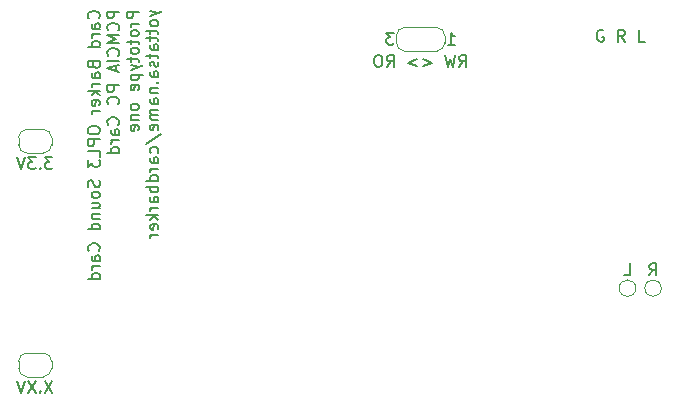
<source format=gbr>
%TF.GenerationSoftware,KiCad,Pcbnew,(5.1.10)-1*%
%TF.CreationDate,2021-11-28T20:39:18+00:00*%
%TF.ProjectId,pc_card_sound_barker,70635f63-6172-4645-9f73-6f756e645f62,rev?*%
%TF.SameCoordinates,Original*%
%TF.FileFunction,Legend,Bot*%
%TF.FilePolarity,Positive*%
%FSLAX46Y46*%
G04 Gerber Fmt 4.6, Leading zero omitted, Abs format (unit mm)*
G04 Created by KiCad (PCBNEW (5.1.10)-1) date 2021-11-28 20:39:18*
%MOMM*%
%LPD*%
G01*
G04 APERTURE LIST*
%ADD10C,0.150000*%
%ADD11C,0.120000*%
G04 APERTURE END LIST*
D10*
X111801142Y-60216023D02*
X111848761Y-60168404D01*
X111896380Y-60025547D01*
X111896380Y-59930309D01*
X111848761Y-59787452D01*
X111753523Y-59692214D01*
X111658285Y-59644595D01*
X111467809Y-59596976D01*
X111324952Y-59596976D01*
X111134476Y-59644595D01*
X111039238Y-59692214D01*
X110944000Y-59787452D01*
X110896380Y-59930309D01*
X110896380Y-60025547D01*
X110944000Y-60168404D01*
X110991619Y-60216023D01*
X111896380Y-61073166D02*
X111372571Y-61073166D01*
X111277333Y-61025547D01*
X111229714Y-60930309D01*
X111229714Y-60739833D01*
X111277333Y-60644595D01*
X111848761Y-61073166D02*
X111896380Y-60977928D01*
X111896380Y-60739833D01*
X111848761Y-60644595D01*
X111753523Y-60596976D01*
X111658285Y-60596976D01*
X111563047Y-60644595D01*
X111515428Y-60739833D01*
X111515428Y-60977928D01*
X111467809Y-61073166D01*
X111896380Y-61549357D02*
X111229714Y-61549357D01*
X111420190Y-61549357D02*
X111324952Y-61596976D01*
X111277333Y-61644595D01*
X111229714Y-61739833D01*
X111229714Y-61835071D01*
X111896380Y-62596976D02*
X110896380Y-62596976D01*
X111848761Y-62596976D02*
X111896380Y-62501738D01*
X111896380Y-62311261D01*
X111848761Y-62216023D01*
X111801142Y-62168404D01*
X111705904Y-62120785D01*
X111420190Y-62120785D01*
X111324952Y-62168404D01*
X111277333Y-62216023D01*
X111229714Y-62311261D01*
X111229714Y-62501738D01*
X111277333Y-62596976D01*
X111372571Y-64168404D02*
X111420190Y-64311261D01*
X111467809Y-64358880D01*
X111563047Y-64406499D01*
X111705904Y-64406499D01*
X111801142Y-64358880D01*
X111848761Y-64311261D01*
X111896380Y-64216023D01*
X111896380Y-63835071D01*
X110896380Y-63835071D01*
X110896380Y-64168404D01*
X110944000Y-64263642D01*
X110991619Y-64311261D01*
X111086857Y-64358880D01*
X111182095Y-64358880D01*
X111277333Y-64311261D01*
X111324952Y-64263642D01*
X111372571Y-64168404D01*
X111372571Y-63835071D01*
X111896380Y-65263642D02*
X111372571Y-65263642D01*
X111277333Y-65216023D01*
X111229714Y-65120785D01*
X111229714Y-64930309D01*
X111277333Y-64835071D01*
X111848761Y-65263642D02*
X111896380Y-65168404D01*
X111896380Y-64930309D01*
X111848761Y-64835071D01*
X111753523Y-64787452D01*
X111658285Y-64787452D01*
X111563047Y-64835071D01*
X111515428Y-64930309D01*
X111515428Y-65168404D01*
X111467809Y-65263642D01*
X111896380Y-65739833D02*
X111229714Y-65739833D01*
X111420190Y-65739833D02*
X111324952Y-65787452D01*
X111277333Y-65835071D01*
X111229714Y-65930309D01*
X111229714Y-66025547D01*
X111896380Y-66358880D02*
X110896380Y-66358880D01*
X111515428Y-66454119D02*
X111896380Y-66739833D01*
X111229714Y-66739833D02*
X111610666Y-66358880D01*
X111848761Y-67549357D02*
X111896380Y-67454119D01*
X111896380Y-67263642D01*
X111848761Y-67168404D01*
X111753523Y-67120785D01*
X111372571Y-67120785D01*
X111277333Y-67168404D01*
X111229714Y-67263642D01*
X111229714Y-67454119D01*
X111277333Y-67549357D01*
X111372571Y-67596976D01*
X111467809Y-67596976D01*
X111563047Y-67120785D01*
X111896380Y-68025547D02*
X111229714Y-68025547D01*
X111420190Y-68025547D02*
X111324952Y-68073166D01*
X111277333Y-68120785D01*
X111229714Y-68216023D01*
X111229714Y-68311261D01*
X110896380Y-69596976D02*
X110896380Y-69787452D01*
X110944000Y-69882690D01*
X111039238Y-69977928D01*
X111229714Y-70025547D01*
X111563047Y-70025547D01*
X111753523Y-69977928D01*
X111848761Y-69882690D01*
X111896380Y-69787452D01*
X111896380Y-69596976D01*
X111848761Y-69501738D01*
X111753523Y-69406499D01*
X111563047Y-69358880D01*
X111229714Y-69358880D01*
X111039238Y-69406499D01*
X110944000Y-69501738D01*
X110896380Y-69596976D01*
X111896380Y-70454119D02*
X110896380Y-70454119D01*
X110896380Y-70835071D01*
X110944000Y-70930309D01*
X110991619Y-70977928D01*
X111086857Y-71025547D01*
X111229714Y-71025547D01*
X111324952Y-70977928D01*
X111372571Y-70930309D01*
X111420190Y-70835071D01*
X111420190Y-70454119D01*
X111896380Y-71930309D02*
X111896380Y-71454119D01*
X110896380Y-71454119D01*
X110896380Y-72168404D02*
X110896380Y-72787452D01*
X111277333Y-72454119D01*
X111277333Y-72596976D01*
X111324952Y-72692214D01*
X111372571Y-72739833D01*
X111467809Y-72787452D01*
X111705904Y-72787452D01*
X111801142Y-72739833D01*
X111848761Y-72692214D01*
X111896380Y-72596976D01*
X111896380Y-72311261D01*
X111848761Y-72216023D01*
X111801142Y-72168404D01*
X111848761Y-73930309D02*
X111896380Y-74073166D01*
X111896380Y-74311261D01*
X111848761Y-74406499D01*
X111801142Y-74454119D01*
X111705904Y-74501738D01*
X111610666Y-74501738D01*
X111515428Y-74454119D01*
X111467809Y-74406499D01*
X111420190Y-74311261D01*
X111372571Y-74120785D01*
X111324952Y-74025547D01*
X111277333Y-73977928D01*
X111182095Y-73930309D01*
X111086857Y-73930309D01*
X110991619Y-73977928D01*
X110944000Y-74025547D01*
X110896380Y-74120785D01*
X110896380Y-74358880D01*
X110944000Y-74501738D01*
X111896380Y-75073166D02*
X111848761Y-74977928D01*
X111801142Y-74930309D01*
X111705904Y-74882690D01*
X111420190Y-74882690D01*
X111324952Y-74930309D01*
X111277333Y-74977928D01*
X111229714Y-75073166D01*
X111229714Y-75216023D01*
X111277333Y-75311261D01*
X111324952Y-75358880D01*
X111420190Y-75406499D01*
X111705904Y-75406499D01*
X111801142Y-75358880D01*
X111848761Y-75311261D01*
X111896380Y-75216023D01*
X111896380Y-75073166D01*
X111229714Y-76263642D02*
X111896380Y-76263642D01*
X111229714Y-75835071D02*
X111753523Y-75835071D01*
X111848761Y-75882690D01*
X111896380Y-75977928D01*
X111896380Y-76120785D01*
X111848761Y-76216023D01*
X111801142Y-76263642D01*
X111229714Y-76739833D02*
X111896380Y-76739833D01*
X111324952Y-76739833D02*
X111277333Y-76787452D01*
X111229714Y-76882690D01*
X111229714Y-77025547D01*
X111277333Y-77120785D01*
X111372571Y-77168404D01*
X111896380Y-77168404D01*
X111896380Y-78073166D02*
X110896380Y-78073166D01*
X111848761Y-78073166D02*
X111896380Y-77977928D01*
X111896380Y-77787452D01*
X111848761Y-77692214D01*
X111801142Y-77644595D01*
X111705904Y-77596976D01*
X111420190Y-77596976D01*
X111324952Y-77644595D01*
X111277333Y-77692214D01*
X111229714Y-77787452D01*
X111229714Y-77977928D01*
X111277333Y-78073166D01*
X111801142Y-79882690D02*
X111848761Y-79835071D01*
X111896380Y-79692214D01*
X111896380Y-79596976D01*
X111848761Y-79454119D01*
X111753523Y-79358880D01*
X111658285Y-79311261D01*
X111467809Y-79263642D01*
X111324952Y-79263642D01*
X111134476Y-79311261D01*
X111039238Y-79358880D01*
X110944000Y-79454119D01*
X110896380Y-79596976D01*
X110896380Y-79692214D01*
X110944000Y-79835071D01*
X110991619Y-79882690D01*
X111896380Y-80739833D02*
X111372571Y-80739833D01*
X111277333Y-80692214D01*
X111229714Y-80596976D01*
X111229714Y-80406499D01*
X111277333Y-80311261D01*
X111848761Y-80739833D02*
X111896380Y-80644595D01*
X111896380Y-80406499D01*
X111848761Y-80311261D01*
X111753523Y-80263642D01*
X111658285Y-80263642D01*
X111563047Y-80311261D01*
X111515428Y-80406499D01*
X111515428Y-80644595D01*
X111467809Y-80739833D01*
X111896380Y-81216023D02*
X111229714Y-81216023D01*
X111420190Y-81216023D02*
X111324952Y-81263642D01*
X111277333Y-81311261D01*
X111229714Y-81406499D01*
X111229714Y-81501738D01*
X111896380Y-82263642D02*
X110896380Y-82263642D01*
X111848761Y-82263642D02*
X111896380Y-82168404D01*
X111896380Y-81977928D01*
X111848761Y-81882690D01*
X111801142Y-81835071D01*
X111705904Y-81787452D01*
X111420190Y-81787452D01*
X111324952Y-81835071D01*
X111277333Y-81882690D01*
X111229714Y-81977928D01*
X111229714Y-82168404D01*
X111277333Y-82263642D01*
X113546380Y-59644595D02*
X112546380Y-59644595D01*
X112546380Y-60025547D01*
X112594000Y-60120785D01*
X112641619Y-60168404D01*
X112736857Y-60216023D01*
X112879714Y-60216023D01*
X112974952Y-60168404D01*
X113022571Y-60120785D01*
X113070190Y-60025547D01*
X113070190Y-59644595D01*
X113451142Y-61216023D02*
X113498761Y-61168404D01*
X113546380Y-61025547D01*
X113546380Y-60930309D01*
X113498761Y-60787452D01*
X113403523Y-60692214D01*
X113308285Y-60644595D01*
X113117809Y-60596976D01*
X112974952Y-60596976D01*
X112784476Y-60644595D01*
X112689238Y-60692214D01*
X112594000Y-60787452D01*
X112546380Y-60930309D01*
X112546380Y-61025547D01*
X112594000Y-61168404D01*
X112641619Y-61216023D01*
X113546380Y-61644595D02*
X112546380Y-61644595D01*
X113260666Y-61977928D01*
X112546380Y-62311261D01*
X113546380Y-62311261D01*
X113451142Y-63358880D02*
X113498761Y-63311261D01*
X113546380Y-63168404D01*
X113546380Y-63073166D01*
X113498761Y-62930309D01*
X113403523Y-62835071D01*
X113308285Y-62787452D01*
X113117809Y-62739833D01*
X112974952Y-62739833D01*
X112784476Y-62787452D01*
X112689238Y-62835071D01*
X112594000Y-62930309D01*
X112546380Y-63073166D01*
X112546380Y-63168404D01*
X112594000Y-63311261D01*
X112641619Y-63358880D01*
X113546380Y-63787452D02*
X112546380Y-63787452D01*
X113260666Y-64216023D02*
X113260666Y-64692214D01*
X113546380Y-64120785D02*
X112546380Y-64454119D01*
X113546380Y-64787452D01*
X113546380Y-65882690D02*
X112546380Y-65882690D01*
X112546380Y-66263642D01*
X112594000Y-66358880D01*
X112641619Y-66406500D01*
X112736857Y-66454119D01*
X112879714Y-66454119D01*
X112974952Y-66406500D01*
X113022571Y-66358880D01*
X113070190Y-66263642D01*
X113070190Y-65882690D01*
X113451142Y-67454119D02*
X113498761Y-67406500D01*
X113546380Y-67263642D01*
X113546380Y-67168404D01*
X113498761Y-67025547D01*
X113403523Y-66930309D01*
X113308285Y-66882690D01*
X113117809Y-66835071D01*
X112974952Y-66835071D01*
X112784476Y-66882690D01*
X112689238Y-66930309D01*
X112594000Y-67025547D01*
X112546380Y-67168404D01*
X112546380Y-67263642D01*
X112594000Y-67406500D01*
X112641619Y-67454119D01*
X113451142Y-69216023D02*
X113498761Y-69168404D01*
X113546380Y-69025547D01*
X113546380Y-68930309D01*
X113498761Y-68787452D01*
X113403523Y-68692214D01*
X113308285Y-68644595D01*
X113117809Y-68596976D01*
X112974952Y-68596976D01*
X112784476Y-68644595D01*
X112689238Y-68692214D01*
X112594000Y-68787452D01*
X112546380Y-68930309D01*
X112546380Y-69025547D01*
X112594000Y-69168404D01*
X112641619Y-69216023D01*
X113546380Y-70073166D02*
X113022571Y-70073166D01*
X112927333Y-70025547D01*
X112879714Y-69930309D01*
X112879714Y-69739833D01*
X112927333Y-69644595D01*
X113498761Y-70073166D02*
X113546380Y-69977928D01*
X113546380Y-69739833D01*
X113498761Y-69644595D01*
X113403523Y-69596976D01*
X113308285Y-69596976D01*
X113213047Y-69644595D01*
X113165428Y-69739833D01*
X113165428Y-69977928D01*
X113117809Y-70073166D01*
X113546380Y-70549357D02*
X112879714Y-70549357D01*
X113070190Y-70549357D02*
X112974952Y-70596976D01*
X112927333Y-70644595D01*
X112879714Y-70739833D01*
X112879714Y-70835071D01*
X113546380Y-71596976D02*
X112546380Y-71596976D01*
X113498761Y-71596976D02*
X113546380Y-71501738D01*
X113546380Y-71311261D01*
X113498761Y-71216023D01*
X113451142Y-71168404D01*
X113355904Y-71120785D01*
X113070190Y-71120785D01*
X112974952Y-71168404D01*
X112927333Y-71216023D01*
X112879714Y-71311261D01*
X112879714Y-71501738D01*
X112927333Y-71596976D01*
X115196380Y-59644595D02*
X114196380Y-59644595D01*
X114196380Y-60025547D01*
X114244000Y-60120785D01*
X114291619Y-60168404D01*
X114386857Y-60216023D01*
X114529714Y-60216023D01*
X114624952Y-60168404D01*
X114672571Y-60120785D01*
X114720190Y-60025547D01*
X114720190Y-59644595D01*
X115196380Y-60644595D02*
X114529714Y-60644595D01*
X114720190Y-60644595D02*
X114624952Y-60692214D01*
X114577333Y-60739833D01*
X114529714Y-60835071D01*
X114529714Y-60930309D01*
X115196380Y-61406500D02*
X115148761Y-61311261D01*
X115101142Y-61263642D01*
X115005904Y-61216023D01*
X114720190Y-61216023D01*
X114624952Y-61263642D01*
X114577333Y-61311261D01*
X114529714Y-61406500D01*
X114529714Y-61549357D01*
X114577333Y-61644595D01*
X114624952Y-61692214D01*
X114720190Y-61739833D01*
X115005904Y-61739833D01*
X115101142Y-61692214D01*
X115148761Y-61644595D01*
X115196380Y-61549357D01*
X115196380Y-61406500D01*
X114529714Y-62025547D02*
X114529714Y-62406500D01*
X114196380Y-62168404D02*
X115053523Y-62168404D01*
X115148761Y-62216023D01*
X115196380Y-62311261D01*
X115196380Y-62406500D01*
X115196380Y-62882690D02*
X115148761Y-62787452D01*
X115101142Y-62739833D01*
X115005904Y-62692214D01*
X114720190Y-62692214D01*
X114624952Y-62739833D01*
X114577333Y-62787452D01*
X114529714Y-62882690D01*
X114529714Y-63025547D01*
X114577333Y-63120785D01*
X114624952Y-63168404D01*
X114720190Y-63216023D01*
X115005904Y-63216023D01*
X115101142Y-63168404D01*
X115148761Y-63120785D01*
X115196380Y-63025547D01*
X115196380Y-62882690D01*
X114529714Y-63501738D02*
X114529714Y-63882690D01*
X114196380Y-63644595D02*
X115053523Y-63644595D01*
X115148761Y-63692214D01*
X115196380Y-63787452D01*
X115196380Y-63882690D01*
X114529714Y-64120785D02*
X115196380Y-64358880D01*
X114529714Y-64596976D02*
X115196380Y-64358880D01*
X115434476Y-64263642D01*
X115482095Y-64216023D01*
X115529714Y-64120785D01*
X114529714Y-64977928D02*
X115529714Y-64977928D01*
X114577333Y-64977928D02*
X114529714Y-65073166D01*
X114529714Y-65263642D01*
X114577333Y-65358880D01*
X114624952Y-65406500D01*
X114720190Y-65454119D01*
X115005904Y-65454119D01*
X115101142Y-65406500D01*
X115148761Y-65358880D01*
X115196380Y-65263642D01*
X115196380Y-65073166D01*
X115148761Y-64977928D01*
X115148761Y-66263642D02*
X115196380Y-66168404D01*
X115196380Y-65977928D01*
X115148761Y-65882690D01*
X115053523Y-65835071D01*
X114672571Y-65835071D01*
X114577333Y-65882690D01*
X114529714Y-65977928D01*
X114529714Y-66168404D01*
X114577333Y-66263642D01*
X114672571Y-66311261D01*
X114767809Y-66311261D01*
X114863047Y-65835071D01*
X115196380Y-67644595D02*
X115148761Y-67549357D01*
X115101142Y-67501738D01*
X115005904Y-67454119D01*
X114720190Y-67454119D01*
X114624952Y-67501738D01*
X114577333Y-67549357D01*
X114529714Y-67644595D01*
X114529714Y-67787452D01*
X114577333Y-67882690D01*
X114624952Y-67930309D01*
X114720190Y-67977928D01*
X115005904Y-67977928D01*
X115101142Y-67930309D01*
X115148761Y-67882690D01*
X115196380Y-67787452D01*
X115196380Y-67644595D01*
X114529714Y-68406500D02*
X115196380Y-68406500D01*
X114624952Y-68406500D02*
X114577333Y-68454119D01*
X114529714Y-68549357D01*
X114529714Y-68692214D01*
X114577333Y-68787452D01*
X114672571Y-68835071D01*
X115196380Y-68835071D01*
X115148761Y-69692214D02*
X115196380Y-69596976D01*
X115196380Y-69406500D01*
X115148761Y-69311261D01*
X115053523Y-69263642D01*
X114672571Y-69263642D01*
X114577333Y-69311261D01*
X114529714Y-69406500D01*
X114529714Y-69596976D01*
X114577333Y-69692214D01*
X114672571Y-69739833D01*
X114767809Y-69739833D01*
X114863047Y-69263642D01*
X116179714Y-59549357D02*
X116846380Y-59787452D01*
X116179714Y-60025547D02*
X116846380Y-59787452D01*
X117084476Y-59692214D01*
X117132095Y-59644595D01*
X117179714Y-59549357D01*
X116846380Y-60549357D02*
X116798761Y-60454119D01*
X116751142Y-60406500D01*
X116655904Y-60358880D01*
X116370190Y-60358880D01*
X116274952Y-60406500D01*
X116227333Y-60454119D01*
X116179714Y-60549357D01*
X116179714Y-60692214D01*
X116227333Y-60787452D01*
X116274952Y-60835071D01*
X116370190Y-60882690D01*
X116655904Y-60882690D01*
X116751142Y-60835071D01*
X116798761Y-60787452D01*
X116846380Y-60692214D01*
X116846380Y-60549357D01*
X116179714Y-61168404D02*
X116179714Y-61549357D01*
X115846380Y-61311261D02*
X116703523Y-61311261D01*
X116798761Y-61358880D01*
X116846380Y-61454119D01*
X116846380Y-61549357D01*
X116179714Y-61739833D02*
X116179714Y-62120785D01*
X115846380Y-61882690D02*
X116703523Y-61882690D01*
X116798761Y-61930309D01*
X116846380Y-62025547D01*
X116846380Y-62120785D01*
X116846380Y-62882690D02*
X116322571Y-62882690D01*
X116227333Y-62835071D01*
X116179714Y-62739833D01*
X116179714Y-62549357D01*
X116227333Y-62454119D01*
X116798761Y-62882690D02*
X116846380Y-62787452D01*
X116846380Y-62549357D01*
X116798761Y-62454119D01*
X116703523Y-62406499D01*
X116608285Y-62406499D01*
X116513047Y-62454119D01*
X116465428Y-62549357D01*
X116465428Y-62787452D01*
X116417809Y-62882690D01*
X116179714Y-63216023D02*
X116179714Y-63596976D01*
X115846380Y-63358880D02*
X116703523Y-63358880D01*
X116798761Y-63406499D01*
X116846380Y-63501738D01*
X116846380Y-63596976D01*
X116798761Y-63882690D02*
X116846380Y-63977928D01*
X116846380Y-64168404D01*
X116798761Y-64263642D01*
X116703523Y-64311261D01*
X116655904Y-64311261D01*
X116560666Y-64263642D01*
X116513047Y-64168404D01*
X116513047Y-64025547D01*
X116465428Y-63930309D01*
X116370190Y-63882690D01*
X116322571Y-63882690D01*
X116227333Y-63930309D01*
X116179714Y-64025547D01*
X116179714Y-64168404D01*
X116227333Y-64263642D01*
X116846380Y-65168404D02*
X116322571Y-65168404D01*
X116227333Y-65120785D01*
X116179714Y-65025547D01*
X116179714Y-64835071D01*
X116227333Y-64739833D01*
X116798761Y-65168404D02*
X116846380Y-65073166D01*
X116846380Y-64835071D01*
X116798761Y-64739833D01*
X116703523Y-64692214D01*
X116608285Y-64692214D01*
X116513047Y-64739833D01*
X116465428Y-64835071D01*
X116465428Y-65073166D01*
X116417809Y-65168404D01*
X116751142Y-65644595D02*
X116798761Y-65692214D01*
X116846380Y-65644595D01*
X116798761Y-65596976D01*
X116751142Y-65644595D01*
X116846380Y-65644595D01*
X116179714Y-66120785D02*
X116846380Y-66120785D01*
X116274952Y-66120785D02*
X116227333Y-66168404D01*
X116179714Y-66263642D01*
X116179714Y-66406499D01*
X116227333Y-66501738D01*
X116322571Y-66549357D01*
X116846380Y-66549357D01*
X116846380Y-67454119D02*
X116322571Y-67454119D01*
X116227333Y-67406499D01*
X116179714Y-67311261D01*
X116179714Y-67120785D01*
X116227333Y-67025547D01*
X116798761Y-67454119D02*
X116846380Y-67358880D01*
X116846380Y-67120785D01*
X116798761Y-67025547D01*
X116703523Y-66977928D01*
X116608285Y-66977928D01*
X116513047Y-67025547D01*
X116465428Y-67120785D01*
X116465428Y-67358880D01*
X116417809Y-67454119D01*
X116846380Y-67930309D02*
X116179714Y-67930309D01*
X116274952Y-67930309D02*
X116227333Y-67977928D01*
X116179714Y-68073166D01*
X116179714Y-68216023D01*
X116227333Y-68311261D01*
X116322571Y-68358880D01*
X116846380Y-68358880D01*
X116322571Y-68358880D02*
X116227333Y-68406499D01*
X116179714Y-68501738D01*
X116179714Y-68644595D01*
X116227333Y-68739833D01*
X116322571Y-68787452D01*
X116846380Y-68787452D01*
X116798761Y-69644595D02*
X116846380Y-69549357D01*
X116846380Y-69358880D01*
X116798761Y-69263642D01*
X116703523Y-69216023D01*
X116322571Y-69216023D01*
X116227333Y-69263642D01*
X116179714Y-69358880D01*
X116179714Y-69549357D01*
X116227333Y-69644595D01*
X116322571Y-69692214D01*
X116417809Y-69692214D01*
X116513047Y-69216023D01*
X115798761Y-70835071D02*
X117084476Y-69977928D01*
X116798761Y-71596976D02*
X116846380Y-71501738D01*
X116846380Y-71311261D01*
X116798761Y-71216023D01*
X116751142Y-71168404D01*
X116655904Y-71120785D01*
X116370190Y-71120785D01*
X116274952Y-71168404D01*
X116227333Y-71216023D01*
X116179714Y-71311261D01*
X116179714Y-71501738D01*
X116227333Y-71596976D01*
X116846380Y-72454119D02*
X116322571Y-72454119D01*
X116227333Y-72406499D01*
X116179714Y-72311261D01*
X116179714Y-72120785D01*
X116227333Y-72025547D01*
X116798761Y-72454119D02*
X116846380Y-72358880D01*
X116846380Y-72120785D01*
X116798761Y-72025547D01*
X116703523Y-71977928D01*
X116608285Y-71977928D01*
X116513047Y-72025547D01*
X116465428Y-72120785D01*
X116465428Y-72358880D01*
X116417809Y-72454119D01*
X116846380Y-72930309D02*
X116179714Y-72930309D01*
X116370190Y-72930309D02*
X116274952Y-72977928D01*
X116227333Y-73025547D01*
X116179714Y-73120785D01*
X116179714Y-73216023D01*
X116846380Y-73977928D02*
X115846380Y-73977928D01*
X116798761Y-73977928D02*
X116846380Y-73882690D01*
X116846380Y-73692214D01*
X116798761Y-73596976D01*
X116751142Y-73549357D01*
X116655904Y-73501738D01*
X116370190Y-73501738D01*
X116274952Y-73549357D01*
X116227333Y-73596976D01*
X116179714Y-73692214D01*
X116179714Y-73882690D01*
X116227333Y-73977928D01*
X116846380Y-74454119D02*
X115846380Y-74454119D01*
X116227333Y-74454119D02*
X116179714Y-74549357D01*
X116179714Y-74739833D01*
X116227333Y-74835071D01*
X116274952Y-74882690D01*
X116370190Y-74930309D01*
X116655904Y-74930309D01*
X116751142Y-74882690D01*
X116798761Y-74835071D01*
X116846380Y-74739833D01*
X116846380Y-74549357D01*
X116798761Y-74454119D01*
X116846380Y-75787452D02*
X116322571Y-75787452D01*
X116227333Y-75739833D01*
X116179714Y-75644595D01*
X116179714Y-75454119D01*
X116227333Y-75358880D01*
X116798761Y-75787452D02*
X116846380Y-75692214D01*
X116846380Y-75454119D01*
X116798761Y-75358880D01*
X116703523Y-75311261D01*
X116608285Y-75311261D01*
X116513047Y-75358880D01*
X116465428Y-75454119D01*
X116465428Y-75692214D01*
X116417809Y-75787452D01*
X116846380Y-76263642D02*
X116179714Y-76263642D01*
X116370190Y-76263642D02*
X116274952Y-76311261D01*
X116227333Y-76358880D01*
X116179714Y-76454119D01*
X116179714Y-76549357D01*
X116846380Y-76882690D02*
X115846380Y-76882690D01*
X116465428Y-76977928D02*
X116846380Y-77263642D01*
X116179714Y-77263642D02*
X116560666Y-76882690D01*
X116798761Y-78073166D02*
X116846380Y-77977928D01*
X116846380Y-77787452D01*
X116798761Y-77692214D01*
X116703523Y-77644595D01*
X116322571Y-77644595D01*
X116227333Y-77692214D01*
X116179714Y-77787452D01*
X116179714Y-77977928D01*
X116227333Y-78073166D01*
X116322571Y-78120785D01*
X116417809Y-78120785D01*
X116513047Y-77644595D01*
X116846380Y-78549357D02*
X116179714Y-78549357D01*
X116370190Y-78549357D02*
X116274952Y-78596976D01*
X116227333Y-78644595D01*
X116179714Y-78739833D01*
X116179714Y-78835071D01*
D11*
%TO.C,JP3*%
X141115000Y-61676000D02*
G75*
G03*
X140415000Y-60976000I-700000J0D01*
G01*
X140415000Y-62976000D02*
G75*
G03*
X141115000Y-62276000I0J700000D01*
G01*
X137015000Y-62276000D02*
G75*
G03*
X137715000Y-62976000I700000J0D01*
G01*
X137715000Y-60976000D02*
G75*
G03*
X137015000Y-61676000I0J-700000D01*
G01*
X141115000Y-62276000D02*
X141115000Y-61676000D01*
X137665000Y-62976000D02*
X140465000Y-62976000D01*
X137015000Y-61676000D02*
X137015000Y-62276000D01*
X140465000Y-60976000D02*
X137665000Y-60976000D01*
%TO.C,JP1*%
X107826000Y-70312000D02*
G75*
G03*
X107126000Y-69612000I-700000J0D01*
G01*
X107126000Y-71612000D02*
G75*
G03*
X107826000Y-70912000I0J700000D01*
G01*
X105026000Y-70912000D02*
G75*
G03*
X105726000Y-71612000I700000J0D01*
G01*
X105726000Y-69612000D02*
G75*
G03*
X105026000Y-70312000I0J-700000D01*
G01*
X107826000Y-70912000D02*
X107826000Y-70312000D01*
X105726000Y-71612000D02*
X107126000Y-71612000D01*
X105026000Y-70312000D02*
X105026000Y-70912000D01*
X107126000Y-69612000D02*
X105726000Y-69612000D01*
%TO.C,TP2*%
X157291000Y-83058000D02*
G75*
G03*
X157291000Y-83058000I-700000J0D01*
G01*
%TO.C,TP1*%
X159450000Y-83058000D02*
G75*
G03*
X159450000Y-83058000I-700000J0D01*
G01*
%TO.C,JP2*%
X107826000Y-89835000D02*
X107826000Y-89235000D01*
X105726000Y-90535000D02*
X107126000Y-90535000D01*
X105026000Y-89235000D02*
X105026000Y-89835000D01*
X107126000Y-88535000D02*
X105726000Y-88535000D01*
X107826000Y-89235000D02*
G75*
G03*
X107126000Y-88535000I-700000J0D01*
G01*
X107126000Y-90535000D02*
G75*
G03*
X107826000Y-89835000I0J700000D01*
G01*
X105026000Y-89835000D02*
G75*
G03*
X105726000Y-90535000I700000J0D01*
G01*
X105726000Y-88535000D02*
G75*
G03*
X105026000Y-89235000I0J-700000D01*
G01*
%TO.C,JP3*%
D10*
X142350714Y-64328380D02*
X142684047Y-63852190D01*
X142922142Y-64328380D02*
X142922142Y-63328380D01*
X142541190Y-63328380D01*
X142445952Y-63376000D01*
X142398333Y-63423619D01*
X142350714Y-63518857D01*
X142350714Y-63661714D01*
X142398333Y-63756952D01*
X142445952Y-63804571D01*
X142541190Y-63852190D01*
X142922142Y-63852190D01*
X142017380Y-63328380D02*
X141779285Y-64328380D01*
X141588809Y-63614095D01*
X141398333Y-64328380D01*
X141160238Y-63328380D01*
X139255476Y-63661714D02*
X140017380Y-63947428D01*
X139255476Y-64233142D01*
X138779285Y-63661714D02*
X138017380Y-63947428D01*
X138779285Y-64233142D01*
X136207857Y-64328380D02*
X136541190Y-63852190D01*
X136779285Y-64328380D02*
X136779285Y-63328380D01*
X136398333Y-63328380D01*
X136303095Y-63376000D01*
X136255476Y-63423619D01*
X136207857Y-63518857D01*
X136207857Y-63661714D01*
X136255476Y-63756952D01*
X136303095Y-63804571D01*
X136398333Y-63852190D01*
X136779285Y-63852190D01*
X135588809Y-63328380D02*
X135398333Y-63328380D01*
X135303095Y-63376000D01*
X135207857Y-63471238D01*
X135160238Y-63661714D01*
X135160238Y-63995047D01*
X135207857Y-64185523D01*
X135303095Y-64280761D01*
X135398333Y-64328380D01*
X135588809Y-64328380D01*
X135684047Y-64280761D01*
X135779285Y-64185523D01*
X135826904Y-63995047D01*
X135826904Y-63661714D01*
X135779285Y-63471238D01*
X135684047Y-63376000D01*
X135588809Y-63328380D01*
X141379285Y-62428380D02*
X141950714Y-62428380D01*
X141665000Y-62428380D02*
X141665000Y-61428380D01*
X141760238Y-61571238D01*
X141855476Y-61666476D01*
X141950714Y-61714095D01*
X136798333Y-61428380D02*
X136179285Y-61428380D01*
X136512619Y-61809333D01*
X136369761Y-61809333D01*
X136274523Y-61856952D01*
X136226904Y-61904571D01*
X136179285Y-61999809D01*
X136179285Y-62237904D01*
X136226904Y-62333142D01*
X136274523Y-62380761D01*
X136369761Y-62428380D01*
X136655476Y-62428380D01*
X136750714Y-62380761D01*
X136798333Y-62333142D01*
%TO.C,JP1*%
X107902190Y-71964380D02*
X107283142Y-71964380D01*
X107616476Y-72345333D01*
X107473619Y-72345333D01*
X107378380Y-72392952D01*
X107330761Y-72440571D01*
X107283142Y-72535809D01*
X107283142Y-72773904D01*
X107330761Y-72869142D01*
X107378380Y-72916761D01*
X107473619Y-72964380D01*
X107759333Y-72964380D01*
X107854571Y-72916761D01*
X107902190Y-72869142D01*
X106854571Y-72869142D02*
X106806952Y-72916761D01*
X106854571Y-72964380D01*
X106902190Y-72916761D01*
X106854571Y-72869142D01*
X106854571Y-72964380D01*
X106473619Y-71964380D02*
X105854571Y-71964380D01*
X106187904Y-72345333D01*
X106045047Y-72345333D01*
X105949809Y-72392952D01*
X105902190Y-72440571D01*
X105854571Y-72535809D01*
X105854571Y-72773904D01*
X105902190Y-72869142D01*
X105949809Y-72916761D01*
X106045047Y-72964380D01*
X106330761Y-72964380D01*
X106426000Y-72916761D01*
X106473619Y-72869142D01*
X105568857Y-71964380D02*
X105235523Y-72964380D01*
X104902190Y-71964380D01*
%TO.C,TP2*%
X156281476Y-81960380D02*
X156757666Y-81960380D01*
X156757666Y-80960380D01*
%TO.C,TP1*%
X158440476Y-81960380D02*
X158773809Y-81484190D01*
X159011904Y-81960380D02*
X159011904Y-80960380D01*
X158630952Y-80960380D01*
X158535714Y-81008000D01*
X158488095Y-81055619D01*
X158440476Y-81150857D01*
X158440476Y-81293714D01*
X158488095Y-81388952D01*
X158535714Y-81436571D01*
X158630952Y-81484190D01*
X159011904Y-81484190D01*
%TO.C,J2*%
X154551238Y-61222000D02*
X154456000Y-61174380D01*
X154313142Y-61174380D01*
X154170285Y-61222000D01*
X154075047Y-61317238D01*
X154027428Y-61412476D01*
X153979809Y-61602952D01*
X153979809Y-61745809D01*
X154027428Y-61936285D01*
X154075047Y-62031523D01*
X154170285Y-62126761D01*
X154313142Y-62174380D01*
X154408380Y-62174380D01*
X154551238Y-62126761D01*
X154598857Y-62079142D01*
X154598857Y-61745809D01*
X154408380Y-61745809D01*
X156360761Y-62174380D02*
X156027428Y-61698190D01*
X155789333Y-62174380D02*
X155789333Y-61174380D01*
X156170285Y-61174380D01*
X156265523Y-61222000D01*
X156313142Y-61269619D01*
X156360761Y-61364857D01*
X156360761Y-61507714D01*
X156313142Y-61602952D01*
X156265523Y-61650571D01*
X156170285Y-61698190D01*
X155789333Y-61698190D01*
X158027428Y-62174380D02*
X157551238Y-62174380D01*
X157551238Y-61174380D01*
%TO.C,JP2*%
X107902190Y-90887380D02*
X107235523Y-91887380D01*
X107235523Y-90887380D02*
X107902190Y-91887380D01*
X106854571Y-91792142D02*
X106806952Y-91839761D01*
X106854571Y-91887380D01*
X106902190Y-91839761D01*
X106854571Y-91792142D01*
X106854571Y-91887380D01*
X106473619Y-90887380D02*
X105806952Y-91887380D01*
X105806952Y-90887380D02*
X106473619Y-91887380D01*
X105568857Y-90887380D02*
X105235523Y-91887380D01*
X104902190Y-90887380D01*
%TD*%
M02*

</source>
